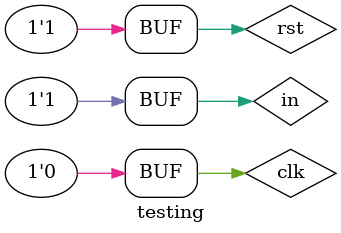
<source format=v>

`timescale 	1ns/1ps
module testing; 
  reg clk, rst, in ; 
  wire Output ; 
  thirdfsm DUT(.clk(clk), .rst(rst), .in(in), .Output(Output));
  initial 
    begin 
      $dumpfile("dump.vcd");
      $dumpvars();
      
      clk = 0; 
      rst = 0; 
      in = 1; 
      
      
      
      
      #0.1 clk =1 ; 
      		in = 0; 
      
      #0.1 clk = 0; 
      #0.1 clk =1 ; 
      #0.1 clk = 0; 
      #0.1 clk =1 ;
      #0.25 clk = 0;
      		in = 0; 
      
      #0.3 rst = 1; //
      
      #0.3clk =1 ; 
      		in = 1; 
      
      #0.3 clk = 0; 
      #0.3 clk =1 ; 
      #0.3 clk = 0; 
      #0.3 clk =1 ;
      #0.4 clk = 0;
      		in = 1; 
      
    end 
endmodule 
</source>
